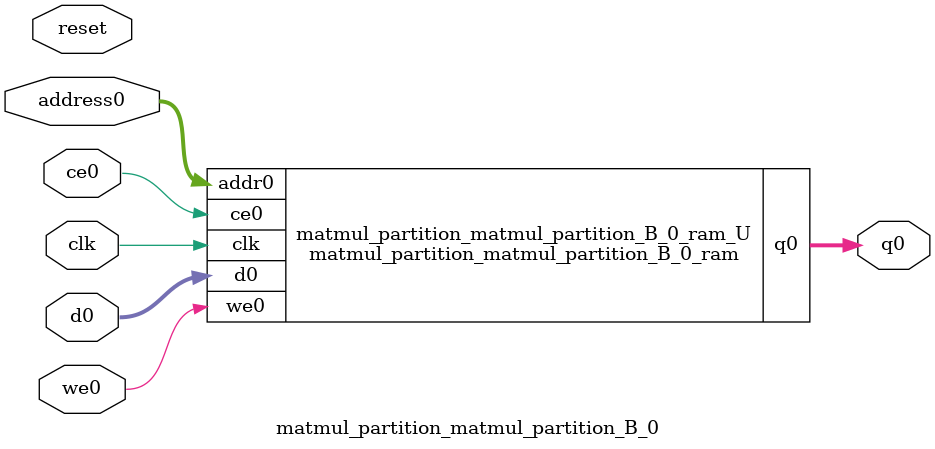
<source format=v>
`timescale 1 ns / 1 ps
module matmul_partition_matmul_partition_B_0_ram (addr0, ce0, d0, we0, q0,  clk);

parameter DWIDTH = 32;
parameter AWIDTH = 4;
parameter MEM_SIZE = 16;

input[AWIDTH-1:0] addr0;
input ce0;
input[DWIDTH-1:0] d0;
input we0;
output reg[DWIDTH-1:0] q0;
input clk;

(* ram_style = "distributed" *)reg [DWIDTH-1:0] ram[0:MEM_SIZE-1];




always @(posedge clk)  
begin 
    if (ce0) begin
        if (we0) 
            ram[addr0] <= d0; 
        q0 <= ram[addr0];
    end
end


endmodule

`timescale 1 ns / 1 ps
module matmul_partition_matmul_partition_B_0(
    reset,
    clk,
    address0,
    ce0,
    we0,
    d0,
    q0);

parameter DataWidth = 32'd32;
parameter AddressRange = 32'd16;
parameter AddressWidth = 32'd4;
input reset;
input clk;
input[AddressWidth - 1:0] address0;
input ce0;
input we0;
input[DataWidth - 1:0] d0;
output[DataWidth - 1:0] q0;



matmul_partition_matmul_partition_B_0_ram matmul_partition_matmul_partition_B_0_ram_U(
    .clk( clk ),
    .addr0( address0 ),
    .ce0( ce0 ),
    .we0( we0 ),
    .d0( d0 ),
    .q0( q0 ));

endmodule


</source>
